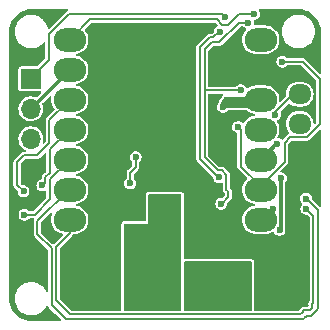
<source format=gtl>
G04 #@! TF.GenerationSoftware,KiCad,Pcbnew,7.0.7*
G04 #@! TF.CreationDate,2024-01-02T23:05:42-05:00*
G04 #@! TF.ProjectId,squirrelbrain,73717569-7272-4656-9c62-7261696e2e6b,1*
G04 #@! TF.SameCoordinates,Original*
G04 #@! TF.FileFunction,Copper,L1,Top*
G04 #@! TF.FilePolarity,Positive*
%FSLAX46Y46*%
G04 Gerber Fmt 4.6, Leading zero omitted, Abs format (unit mm)*
G04 Created by KiCad (PCBNEW 7.0.7) date 2024-01-02 23:05:42*
%MOMM*%
%LPD*%
G01*
G04 APERTURE LIST*
G04 Aperture macros list*
%AMRoundRect*
0 Rectangle with rounded corners*
0 $1 Rounding radius*
0 $2 $3 $4 $5 $6 $7 $8 $9 X,Y pos of 4 corners*
0 Add a 4 corners polygon primitive as box body*
4,1,4,$2,$3,$4,$5,$6,$7,$8,$9,$2,$3,0*
0 Add four circle primitives for the rounded corners*
1,1,$1+$1,$2,$3*
1,1,$1+$1,$4,$5*
1,1,$1+$1,$6,$7*
1,1,$1+$1,$8,$9*
0 Add four rect primitives between the rounded corners*
20,1,$1+$1,$2,$3,$4,$5,0*
20,1,$1+$1,$4,$5,$6,$7,0*
20,1,$1+$1,$6,$7,$8,$9,0*
20,1,$1+$1,$8,$9,$2,$3,0*%
G04 Aperture macros list end*
G04 #@! TA.AperFunction,ComponentPad*
%ADD10O,1.700000X1.700000*%
G04 #@! TD*
G04 #@! TA.AperFunction,ComponentPad*
%ADD11R,1.700000X1.700000*%
G04 #@! TD*
G04 #@! TA.AperFunction,SMDPad,CuDef*
%ADD12RoundRect,1.000000X-0.375000X0.000000X0.375000X0.000000X0.375000X0.000000X-0.375000X0.000000X0*%
G04 #@! TD*
G04 #@! TA.AperFunction,ComponentPad*
%ADD13R,3.800000X3.800000*%
G04 #@! TD*
G04 #@! TA.AperFunction,ComponentPad*
%ADD14C,3.800000*%
G04 #@! TD*
G04 #@! TA.AperFunction,ComponentPad*
%ADD15RoundRect,0.250000X0.725000X-0.600000X0.725000X0.600000X-0.725000X0.600000X-0.725000X-0.600000X0*%
G04 #@! TD*
G04 #@! TA.AperFunction,ComponentPad*
%ADD16O,1.950000X1.700000*%
G04 #@! TD*
G04 #@! TA.AperFunction,ViaPad*
%ADD17C,0.600000*%
G04 #@! TD*
G04 #@! TA.AperFunction,Conductor*
%ADD18C,0.200000*%
G04 #@! TD*
G04 #@! TA.AperFunction,Conductor*
%ADD19C,0.500000*%
G04 #@! TD*
G04 #@! TA.AperFunction,Conductor*
%ADD20C,0.300000*%
G04 #@! TD*
G04 #@! TA.AperFunction,Conductor*
%ADD21C,0.160000*%
G04 #@! TD*
G04 APERTURE END LIST*
D10*
X38650000Y-50320000D03*
X38650000Y-47780000D03*
X38650000Y-45240000D03*
D11*
X38650000Y-42700000D03*
D12*
X41937500Y-39380000D03*
X41937500Y-41920000D03*
X41937500Y-44460000D03*
X41937500Y-47000000D03*
X41937500Y-49540000D03*
X41937500Y-52080000D03*
X41937500Y-54620000D03*
X58102500Y-54620000D03*
X58102500Y-52080000D03*
X58102500Y-49540000D03*
X58102500Y-47000000D03*
X58102500Y-44460000D03*
X58102500Y-41920000D03*
X58102500Y-39380000D03*
D13*
X60250000Y-60100001D03*
D14*
X55250000Y-60100001D03*
D15*
X61400000Y-49000000D03*
D16*
X61400000Y-46500000D03*
X61400000Y-44000000D03*
D13*
X44000000Y-60100001D03*
D14*
X49000000Y-60100001D03*
D17*
X40800000Y-37450001D03*
X60000000Y-47300001D03*
X55825000Y-40700001D03*
X56075000Y-45625001D03*
X54650000Y-48300001D03*
X54125000Y-48800001D03*
X58125000Y-56325001D03*
X59325000Y-56300001D03*
X56712500Y-45862501D03*
X60500000Y-50650001D03*
X62650000Y-51300001D03*
X59950000Y-41250001D03*
X61850000Y-56950001D03*
X53950000Y-40500001D03*
X59500000Y-40550001D03*
X57550000Y-37200001D03*
X57050000Y-37950001D03*
X55100000Y-37500001D03*
X40800000Y-56050001D03*
X60600000Y-52150001D03*
X52450000Y-61650001D03*
X46800000Y-61650001D03*
X51100000Y-61650001D03*
X52050000Y-60050001D03*
X52050000Y-58450001D03*
X53400000Y-58450001D03*
X51100000Y-58400001D03*
X46800000Y-58400001D03*
X61975000Y-53700001D03*
X59700000Y-55500001D03*
X59827500Y-51127501D03*
X37425000Y-46550000D03*
X54650000Y-38700001D03*
X39400000Y-57000001D03*
X37500000Y-55700001D03*
X47519254Y-49330746D03*
X47050000Y-51550000D03*
X54750000Y-52475001D03*
X52200000Y-51750001D03*
X54600000Y-51050000D03*
X56000000Y-56200000D03*
X44450000Y-50050000D03*
X45200000Y-54000000D03*
X43450000Y-56150001D03*
X50650000Y-50450000D03*
X55800000Y-49700000D03*
X53950000Y-41275000D03*
X51050000Y-48300000D03*
X48750000Y-48300000D03*
X51050000Y-46000000D03*
X48750000Y-46000000D03*
X46450000Y-45950000D03*
X44150000Y-45950000D03*
X50350000Y-43000000D03*
X51000000Y-38450001D03*
X45750000Y-43000000D03*
X45750000Y-40700000D03*
X50300000Y-40650001D03*
X44700000Y-38450001D03*
X53800000Y-38300001D03*
X48000000Y-38500000D03*
X56425000Y-43675001D03*
X57650000Y-38800000D03*
X57825000Y-42925000D03*
X59525000Y-48200000D03*
X55274999Y-44450001D03*
X54925000Y-45075001D03*
X59325000Y-45725000D03*
X57025000Y-46925001D03*
X56200000Y-46775000D03*
X54775000Y-53275001D03*
X39625000Y-51725000D03*
X38025000Y-52225000D03*
X38107714Y-54204141D03*
X39900000Y-55150000D03*
X61950000Y-52850001D03*
X59150000Y-53700001D03*
X50000000Y-54900000D03*
X50000000Y-53600000D03*
X49000000Y-55500000D03*
X51000000Y-55500000D03*
X51000000Y-53000000D03*
X49000000Y-53000000D03*
D18*
X59325000Y-45725000D02*
X59325000Y-45525001D01*
X59325000Y-45525001D02*
X60850001Y-44000000D01*
X60850001Y-44000000D02*
X61400000Y-44000000D01*
X59950000Y-41250001D02*
X61650000Y-41250001D01*
X58102500Y-51753478D02*
X58102500Y-52080000D01*
X61650000Y-41250001D02*
X63100000Y-42700001D01*
X63100000Y-42700001D02*
X63100000Y-46551346D01*
X63100000Y-46551346D02*
X62001346Y-47650000D01*
X62001346Y-47650000D02*
X60600001Y-47650000D01*
X60600001Y-47650000D02*
X60125000Y-48125001D01*
X60125000Y-48125001D02*
X60125000Y-49730978D01*
X60125000Y-49730978D02*
X58102500Y-51753478D01*
X54775000Y-53275001D02*
X54800000Y-53275001D01*
X54800000Y-53275001D02*
X55350000Y-52725001D01*
X55200000Y-50801471D02*
X54848529Y-50450000D01*
X53350000Y-49300000D02*
X53350000Y-43700001D01*
X55350000Y-52725001D02*
X55350000Y-52226472D01*
X55350000Y-52226472D02*
X55200000Y-52076472D01*
X55200000Y-52076472D02*
X55200000Y-50801471D01*
X54848529Y-50450000D02*
X54500000Y-50450000D01*
X54500000Y-50450000D02*
X53350000Y-49300000D01*
X58102500Y-52080000D02*
X58102500Y-51802501D01*
X58102500Y-51802501D02*
X56427500Y-50127501D01*
X56427500Y-50127501D02*
X56427500Y-47002500D01*
X56427500Y-47002500D02*
X56200000Y-46775000D01*
D19*
X54925000Y-45075001D02*
X55125001Y-44875000D01*
X57687500Y-44875000D02*
X58102500Y-44460000D01*
X55125001Y-44875000D02*
X57687500Y-44875000D01*
D18*
X62450000Y-61750001D02*
X62550000Y-61650001D01*
X62550000Y-61650001D02*
X62550000Y-54275001D01*
X62550000Y-54275001D02*
X61975000Y-53700001D01*
D20*
X59700000Y-55500001D02*
X59827500Y-55372501D01*
X59827500Y-55372501D02*
X59827500Y-51127501D01*
D18*
X53350000Y-40200001D02*
X53350000Y-43700001D01*
X53950000Y-39600001D02*
X53350000Y-40200001D01*
X54598529Y-39600001D02*
X53950000Y-39600001D01*
X56248529Y-37950001D02*
X54598529Y-39600001D01*
X57050000Y-37950001D02*
X56248529Y-37950001D01*
X54650000Y-38700001D02*
X54548529Y-38700001D01*
X54048529Y-39200001D02*
X53784314Y-39200001D01*
X52950000Y-40034315D02*
X52950000Y-49465686D01*
X54548529Y-38700001D02*
X54048529Y-39200001D01*
X52950000Y-49465686D02*
X54534314Y-51050000D01*
X54534314Y-51050000D02*
X54600000Y-51050000D01*
X53784314Y-39200001D02*
X52950000Y-40034315D01*
X57550000Y-37200001D02*
X56248529Y-37200001D01*
X56248529Y-37200001D02*
X55348529Y-38100001D01*
X54850000Y-38100001D02*
X54400000Y-37650001D01*
X55348529Y-38100001D02*
X54850000Y-38100001D01*
X54400000Y-37650001D02*
X43667499Y-37650001D01*
X43667499Y-37650001D02*
X41937500Y-39380000D01*
X55100000Y-37500001D02*
X54850000Y-37250001D01*
X54850000Y-37250001D02*
X41854021Y-37250001D01*
X41854021Y-37250001D02*
X40168399Y-38935623D01*
X40168399Y-38935623D02*
X40168399Y-41081601D01*
X40168399Y-41081601D02*
X38550000Y-42700000D01*
X53375000Y-43675001D02*
X53350000Y-43700001D01*
X56425000Y-43675001D02*
X53375000Y-43675001D01*
D19*
X55000000Y-44725000D02*
X55274999Y-44450001D01*
X55274999Y-44450001D02*
X58092501Y-44450001D01*
X58092501Y-44450001D02*
X58102500Y-44460000D01*
D18*
X41937500Y-54620000D02*
X41937500Y-55761030D01*
X61421170Y-62650001D02*
X61571175Y-62499996D01*
X61571175Y-62499996D02*
X61600005Y-62499996D01*
X40800000Y-56898530D02*
X40800000Y-61450000D01*
X40800000Y-61450000D02*
X42000001Y-62650001D01*
X42000001Y-62650001D02*
X61421170Y-62650001D01*
X41937500Y-55761030D02*
X40800000Y-56898530D01*
X61600005Y-62499996D02*
X61800000Y-62300001D01*
X61770000Y-62980001D02*
X61700000Y-63050001D01*
X41600000Y-63050001D02*
X40400000Y-61850001D01*
X40400000Y-61850001D02*
X40400000Y-57050001D01*
X61700000Y-63050001D02*
X41600000Y-63050001D01*
X41870001Y-52080000D02*
X41937500Y-52080000D01*
X40400000Y-57050001D02*
X39200000Y-55850001D01*
X39200000Y-55850001D02*
X39200000Y-54750001D01*
X39200000Y-54750001D02*
X41870001Y-52080000D01*
D21*
X61800000Y-62280001D02*
X62270000Y-62280001D01*
X62450000Y-62100001D02*
X62450000Y-61750001D01*
X62270000Y-62280001D02*
X62450000Y-62100001D01*
X61770000Y-62980001D02*
X62000000Y-62750001D01*
X62361401Y-62750001D02*
X62835338Y-62276064D01*
X62930005Y-62112097D02*
X62930005Y-61249996D01*
X62000000Y-62750001D02*
X62361401Y-62750001D01*
X62835338Y-62276064D02*
X62930005Y-62112097D01*
D18*
X61950000Y-52850001D02*
X62000000Y-52850001D01*
X62000000Y-52850001D02*
X62950000Y-53800001D01*
X62950000Y-53800001D02*
X62950000Y-61830006D01*
X62950000Y-61830006D02*
X62930005Y-61850001D01*
X59150000Y-53800001D02*
X58922499Y-53800001D01*
X58922499Y-53800001D02*
X58102500Y-54620000D01*
X38025000Y-52225000D02*
X37475000Y-51675000D01*
X40200000Y-48171814D02*
X40200000Y-46197500D01*
X37475000Y-51675000D02*
X37475000Y-49768654D01*
X37475000Y-49768654D02*
X38073654Y-49170000D01*
X38073654Y-49170000D02*
X39201814Y-49170000D01*
X39201814Y-49170000D02*
X40200000Y-48171814D01*
X40200000Y-46197500D02*
X41937500Y-44460000D01*
D20*
X38650000Y-45240000D02*
X41937500Y-41952500D01*
D18*
X41937500Y-41952500D02*
X41937500Y-41920000D01*
X42207500Y-39650000D02*
X41937500Y-39380000D01*
X39625000Y-51725000D02*
X39862500Y-51487500D01*
X39862500Y-51487500D02*
X39862500Y-51049314D01*
X39862500Y-51049314D02*
X40262500Y-50649314D01*
X40262500Y-50649314D02*
X40262500Y-48675000D01*
X40262500Y-48675000D02*
X41937500Y-47000000D01*
X38107714Y-54204141D02*
X38970859Y-54204141D01*
X40262500Y-51215000D02*
X41937500Y-49540000D01*
X38970859Y-54204141D02*
X40262500Y-52912500D01*
X40262500Y-52912500D02*
X40262500Y-51215000D01*
X47050000Y-51550000D02*
X47050000Y-50650000D01*
X47050000Y-50650000D02*
X47519254Y-50180746D01*
X47519254Y-50180746D02*
X47519254Y-49330746D01*
D20*
X57825000Y-42925000D02*
X58102500Y-42009962D01*
X58102500Y-42009962D02*
X58102500Y-41920000D01*
X59442500Y-48200000D02*
X58102500Y-49540000D01*
X59525000Y-48200000D02*
X59442500Y-48200000D01*
X41937500Y-41920000D02*
X40955000Y-41920000D01*
D18*
X58102500Y-54620000D02*
X58868714Y-54620000D01*
G04 #@! TA.AperFunction,Conductor*
G36*
X51371780Y-52468482D02*
G01*
X51398800Y-52515282D01*
X51400000Y-52529000D01*
X51400000Y-58190896D01*
X51398800Y-58204614D01*
X51394500Y-58228997D01*
X51394500Y-58358740D01*
X51394762Y-58366072D01*
X51396090Y-58384640D01*
X51396834Y-58391577D01*
X51396833Y-58408448D01*
X51396089Y-58415362D01*
X51394762Y-58433928D01*
X51394500Y-58441260D01*
X51394500Y-61608740D01*
X51394762Y-61616072D01*
X51396090Y-61634640D01*
X51396834Y-61641577D01*
X51396833Y-61658448D01*
X51396089Y-61665362D01*
X51394762Y-61683928D01*
X51394500Y-61691260D01*
X51394500Y-62270501D01*
X51376018Y-62321281D01*
X51329218Y-62348301D01*
X51315500Y-62349501D01*
X46579000Y-62349501D01*
X46528220Y-62331019D01*
X46501200Y-62284219D01*
X46500000Y-62270501D01*
X46500000Y-55029000D01*
X46518482Y-54978220D01*
X46565282Y-54951200D01*
X46579000Y-54950000D01*
X48600000Y-54950000D01*
X48600000Y-52529000D01*
X48618482Y-52478220D01*
X48665282Y-52451200D01*
X48679000Y-52450000D01*
X51321000Y-52450000D01*
X51371780Y-52468482D01*
G37*
G04 #@! TD.AperFunction*
G04 #@! TA.AperFunction,Conductor*
G36*
X41804367Y-36818982D02*
G01*
X41831387Y-36865782D01*
X41822003Y-36919000D01*
X41785489Y-36951772D01*
X41784030Y-36952415D01*
X41784029Y-36952416D01*
X41776995Y-36955520D01*
X41772909Y-36957325D01*
X41755529Y-36962707D01*
X41743590Y-36964939D01*
X41743585Y-36964941D01*
X41715900Y-36982082D01*
X41711059Y-36984634D01*
X41681251Y-36997796D01*
X41672660Y-37006387D01*
X41658396Y-37017686D01*
X41648072Y-37024078D01*
X41648068Y-37024082D01*
X41628439Y-37050074D01*
X41624845Y-37054204D01*
X40201379Y-38477670D01*
X40152403Y-38500508D01*
X40100205Y-38486522D01*
X40069210Y-38442256D01*
X40068935Y-38441203D01*
X40065244Y-38426628D01*
X40015449Y-38229992D01*
X39922216Y-38017443D01*
X39795271Y-37823139D01*
X39695227Y-37714462D01*
X39638082Y-37652385D01*
X39638079Y-37652382D01*
X39638076Y-37652379D01*
X39454918Y-37509822D01*
X39437694Y-37500501D01*
X39250797Y-37399356D01*
X39031275Y-37323994D01*
X38965863Y-37313079D01*
X38802341Y-37285792D01*
X38570243Y-37285792D01*
X38427887Y-37309547D01*
X38341308Y-37323994D01*
X38121786Y-37399356D01*
X37917667Y-37509821D01*
X37917665Y-37509822D01*
X37734511Y-37652376D01*
X37734501Y-37652385D01*
X37577313Y-37823138D01*
X37577313Y-37823139D01*
X37450366Y-38017446D01*
X37450365Y-38017448D01*
X37357138Y-38229983D01*
X37357136Y-38229988D01*
X37357135Y-38229992D01*
X37307340Y-38426628D01*
X37300158Y-38454987D01*
X37285647Y-38630119D01*
X37280992Y-38686292D01*
X37300158Y-38917597D01*
X37357135Y-39142592D01*
X37357137Y-39142597D01*
X37357138Y-39142600D01*
X37425962Y-39299501D01*
X37450368Y-39355141D01*
X37577313Y-39549445D01*
X37734501Y-39720198D01*
X37734504Y-39720200D01*
X37734508Y-39720205D01*
X37917666Y-39862762D01*
X37991112Y-39902509D01*
X38121786Y-39973227D01*
X38121789Y-39973228D01*
X38341311Y-40048590D01*
X38570243Y-40086792D01*
X38570248Y-40086792D01*
X38802335Y-40086792D01*
X38802341Y-40086792D01*
X39031273Y-40048590D01*
X39250795Y-39973228D01*
X39454918Y-39862762D01*
X39638076Y-39720205D01*
X39730779Y-39619501D01*
X39778766Y-39594661D01*
X39831497Y-39606478D01*
X39864296Y-39649426D01*
X39867898Y-39673009D01*
X39867899Y-40924408D01*
X39849417Y-40975188D01*
X39844760Y-40980269D01*
X39198668Y-41626361D01*
X39149692Y-41649199D01*
X39142807Y-41649500D01*
X37780252Y-41649500D01*
X37721769Y-41661132D01*
X37655448Y-41705448D01*
X37611132Y-41771769D01*
X37599500Y-41830252D01*
X37599500Y-43569747D01*
X37611132Y-43628230D01*
X37611133Y-43628231D01*
X37655448Y-43694552D01*
X37721769Y-43738867D01*
X37721768Y-43738867D01*
X37780252Y-43750500D01*
X39453095Y-43750500D01*
X39503875Y-43768982D01*
X39530895Y-43815782D01*
X39521511Y-43869000D01*
X39508959Y-43885357D01*
X39326459Y-44067858D01*
X39144647Y-44249670D01*
X39095671Y-44272507D01*
X39058123Y-44264840D01*
X39057538Y-44266253D01*
X39053945Y-44264764D01*
X38855938Y-44204701D01*
X38855936Y-44204700D01*
X38855934Y-44204700D01*
X38650000Y-44184417D01*
X38649999Y-44184417D01*
X38616529Y-44187713D01*
X38444066Y-44204700D01*
X38444063Y-44204700D01*
X38444061Y-44204701D01*
X38246054Y-44264764D01*
X38246048Y-44264767D01*
X38246046Y-44264767D01*
X38246046Y-44264768D01*
X38222920Y-44277129D01*
X38063546Y-44362317D01*
X37903589Y-44493589D01*
X37772317Y-44653546D01*
X37674767Y-44836048D01*
X37674764Y-44836054D01*
X37614701Y-45034061D01*
X37614700Y-45034063D01*
X37614700Y-45034066D01*
X37594417Y-45240000D01*
X37614700Y-45445934D01*
X37614700Y-45445936D01*
X37614701Y-45445938D01*
X37674764Y-45643945D01*
X37674767Y-45643951D01*
X37674768Y-45643954D01*
X37769234Y-45820685D01*
X37772317Y-45826453D01*
X37903589Y-45986410D01*
X38050703Y-46107142D01*
X38063550Y-46117685D01*
X38246046Y-46215232D01*
X38246051Y-46215233D01*
X38246054Y-46215235D01*
X38353488Y-46247823D01*
X38444066Y-46275300D01*
X38650000Y-46295583D01*
X38855934Y-46275300D01*
X39022950Y-46224637D01*
X39053945Y-46215235D01*
X39053946Y-46215234D01*
X39053954Y-46215232D01*
X39236450Y-46117685D01*
X39396410Y-45986410D01*
X39527685Y-45826450D01*
X39625232Y-45643954D01*
X39631796Y-45622317D01*
X39658296Y-45534954D01*
X39685300Y-45445934D01*
X39705583Y-45240000D01*
X39685300Y-45034066D01*
X39637862Y-44877682D01*
X39625235Y-44836054D01*
X39623747Y-44832462D01*
X39625554Y-44831713D01*
X39618881Y-44784952D01*
X39640327Y-44745353D01*
X40257018Y-44128662D01*
X40305993Y-44105825D01*
X40358191Y-44119811D01*
X40389186Y-44164077D01*
X40389780Y-44202611D01*
X40368418Y-44293437D01*
X40362000Y-44385910D01*
X40362000Y-44534090D01*
X40368418Y-44626562D01*
X40368418Y-44626565D01*
X40368419Y-44626567D01*
X40419357Y-44843143D01*
X40509223Y-45046671D01*
X40509224Y-45046672D01*
X40509226Y-45046676D01*
X40634961Y-45230225D01*
X40637290Y-45233030D01*
X40635711Y-45234340D01*
X40655609Y-45277011D01*
X40641623Y-45329209D01*
X40632771Y-45339757D01*
X40031285Y-45941242D01*
X40021158Y-45948531D01*
X40021612Y-45949132D01*
X40015771Y-45953542D01*
X39983217Y-45989250D01*
X39981961Y-45990566D01*
X39967827Y-46004702D01*
X39967817Y-46004714D01*
X39965418Y-46008214D01*
X39962027Y-46012494D01*
X39940084Y-46036567D01*
X39940082Y-46036570D01*
X39935693Y-46047898D01*
X39927209Y-46063994D01*
X39920346Y-46074014D01*
X39920344Y-46074018D01*
X39912887Y-46105717D01*
X39911268Y-46110945D01*
X39899500Y-46141326D01*
X39899500Y-46153470D01*
X39897402Y-46171557D01*
X39894620Y-46183381D01*
X39897239Y-46202154D01*
X39899121Y-46215644D01*
X39899500Y-46221098D01*
X39899500Y-48014621D01*
X39881018Y-48065401D01*
X39876371Y-48070471D01*
X39831559Y-48115284D01*
X39788301Y-48158542D01*
X39739325Y-48181379D01*
X39687127Y-48167393D01*
X39656132Y-48123126D01*
X39656842Y-48079747D01*
X39659653Y-48070483D01*
X39685300Y-47985934D01*
X39705583Y-47780000D01*
X39685300Y-47574066D01*
X39639803Y-47424081D01*
X39625235Y-47376054D01*
X39625233Y-47376051D01*
X39625232Y-47376046D01*
X39527685Y-47193550D01*
X39497806Y-47157142D01*
X39396410Y-47033589D01*
X39236453Y-46902317D01*
X39236451Y-46902316D01*
X39236450Y-46902315D01*
X39053954Y-46804768D01*
X39053951Y-46804767D01*
X39053945Y-46804764D01*
X38855938Y-46744701D01*
X38855936Y-46744700D01*
X38855934Y-46744700D01*
X38650000Y-46724417D01*
X38649999Y-46724417D01*
X38616529Y-46727713D01*
X38444066Y-46744700D01*
X38444063Y-46744700D01*
X38444061Y-46744701D01*
X38246054Y-46804764D01*
X38246048Y-46804767D01*
X38063546Y-46902317D01*
X37903589Y-47033589D01*
X37772317Y-47193546D01*
X37728675Y-47275194D01*
X37680707Y-47364936D01*
X37674767Y-47376048D01*
X37674764Y-47376054D01*
X37614701Y-47574061D01*
X37614700Y-47574063D01*
X37614700Y-47574066D01*
X37594417Y-47780000D01*
X37614700Y-47985934D01*
X37614700Y-47985936D01*
X37614701Y-47985938D01*
X37674764Y-48183945D01*
X37674767Y-48183951D01*
X37674768Y-48183954D01*
X37769234Y-48360685D01*
X37772317Y-48366453D01*
X37903589Y-48526410D01*
X38063546Y-48657682D01*
X38063550Y-48657685D01*
X38181684Y-48720829D01*
X38217754Y-48761066D01*
X38219522Y-48815076D01*
X38186159Y-48857587D01*
X38144442Y-48869500D01*
X38135561Y-48869500D01*
X38123242Y-48867490D01*
X38123138Y-48868237D01*
X38115891Y-48867226D01*
X38115890Y-48867226D01*
X38104855Y-48867736D01*
X38067613Y-48869458D01*
X38065789Y-48869500D01*
X38045803Y-48869500D01*
X38041632Y-48870280D01*
X38036202Y-48870909D01*
X38003662Y-48872415D01*
X37992544Y-48877324D01*
X37975158Y-48882707D01*
X37963222Y-48884938D01*
X37935531Y-48902083D01*
X37930688Y-48904636D01*
X37900890Y-48917792D01*
X37900883Y-48917797D01*
X37892295Y-48926385D01*
X37878033Y-48937683D01*
X37867704Y-48944079D01*
X37867698Y-48944084D01*
X37848069Y-48970077D01*
X37844474Y-48974208D01*
X37306285Y-49512396D01*
X37296158Y-49519685D01*
X37296612Y-49520286D01*
X37290771Y-49524696D01*
X37258217Y-49560404D01*
X37256961Y-49561720D01*
X37242827Y-49575856D01*
X37242817Y-49575868D01*
X37240418Y-49579368D01*
X37237027Y-49583648D01*
X37215084Y-49607721D01*
X37215082Y-49607724D01*
X37210693Y-49619052D01*
X37202209Y-49635148D01*
X37195346Y-49645168D01*
X37195344Y-49645172D01*
X37187887Y-49676871D01*
X37186268Y-49682099D01*
X37174500Y-49712480D01*
X37174500Y-49724624D01*
X37172402Y-49742711D01*
X37169620Y-49754535D01*
X37171198Y-49765841D01*
X37174121Y-49786798D01*
X37174500Y-49792252D01*
X37174500Y-51613097D01*
X37172491Y-51625412D01*
X37173238Y-51625517D01*
X37172226Y-51632763D01*
X37174458Y-51681027D01*
X37174500Y-51682852D01*
X37174500Y-51702850D01*
X37175279Y-51707015D01*
X37175910Y-51712454D01*
X37177414Y-51744991D01*
X37182322Y-51756106D01*
X37187707Y-51773496D01*
X37189938Y-51785432D01*
X37207083Y-51813122D01*
X37209636Y-51817966D01*
X37222793Y-51847763D01*
X37222796Y-51847767D01*
X37231378Y-51856349D01*
X37242683Y-51870620D01*
X37249080Y-51880951D01*
X37275076Y-51900583D01*
X37279200Y-51904171D01*
X37395549Y-52020520D01*
X37501531Y-52126502D01*
X37524369Y-52175478D01*
X37523866Y-52193604D01*
X37519353Y-52224998D01*
X37519353Y-52224999D01*
X37539834Y-52367455D01*
X37599622Y-52498372D01*
X37599623Y-52498373D01*
X37693872Y-52607143D01*
X37814947Y-52684953D01*
X37953039Y-52725500D01*
X38096960Y-52725500D01*
X38096961Y-52725500D01*
X38235053Y-52684953D01*
X38356128Y-52607143D01*
X38450377Y-52498373D01*
X38510165Y-52367457D01*
X38530647Y-52225000D01*
X38510165Y-52082543D01*
X38450377Y-51951627D01*
X38356128Y-51842857D01*
X38235053Y-51765047D01*
X38096961Y-51724500D01*
X37982194Y-51724500D01*
X37931414Y-51706018D01*
X37926333Y-51701361D01*
X37798639Y-51573667D01*
X37775801Y-51524691D01*
X37775500Y-51517806D01*
X37775500Y-49925848D01*
X37793982Y-49875068D01*
X37798639Y-49869986D01*
X38174988Y-49493638D01*
X38223964Y-49470801D01*
X38230849Y-49470500D01*
X39139911Y-49470500D01*
X39152226Y-49472508D01*
X39152331Y-49471762D01*
X39159577Y-49472773D01*
X39159578Y-49472772D01*
X39159579Y-49472773D01*
X39182509Y-49471713D01*
X39207843Y-49470542D01*
X39209668Y-49470500D01*
X39229652Y-49470500D01*
X39229658Y-49470500D01*
X39233830Y-49469719D01*
X39239266Y-49469088D01*
X39271806Y-49467585D01*
X39282918Y-49462677D01*
X39300306Y-49457292D01*
X39312247Y-49455061D01*
X39339943Y-49437912D01*
X39344770Y-49435367D01*
X39374579Y-49422206D01*
X39383167Y-49413616D01*
X39397436Y-49402314D01*
X39407766Y-49395919D01*
X39427399Y-49369918D01*
X39430976Y-49365807D01*
X39827140Y-48969643D01*
X39876115Y-48946807D01*
X39928313Y-48960793D01*
X39959308Y-49005059D01*
X39962000Y-49025506D01*
X39962000Y-50492120D01*
X39943518Y-50542900D01*
X39938871Y-50547970D01*
X39815986Y-50670856D01*
X39693785Y-50793057D01*
X39683659Y-50800346D01*
X39684112Y-50800946D01*
X39678271Y-50805356D01*
X39645717Y-50841064D01*
X39644461Y-50842380D01*
X39630327Y-50856516D01*
X39630317Y-50856528D01*
X39627918Y-50860028D01*
X39624527Y-50864308D01*
X39602584Y-50888381D01*
X39602582Y-50888384D01*
X39598193Y-50899712D01*
X39589709Y-50915808D01*
X39582846Y-50925828D01*
X39582844Y-50925832D01*
X39575387Y-50957531D01*
X39573768Y-50962759D01*
X39562000Y-50993140D01*
X39562000Y-51005284D01*
X39559902Y-51023371D01*
X39557120Y-51035195D01*
X39559186Y-51050000D01*
X39561621Y-51067458D01*
X39562000Y-51072912D01*
X39562000Y-51162730D01*
X39543518Y-51213510D01*
X39505257Y-51238530D01*
X39414947Y-51265047D01*
X39414946Y-51265047D01*
X39293871Y-51342857D01*
X39199622Y-51451627D01*
X39139834Y-51582544D01*
X39119353Y-51725000D01*
X39139834Y-51867455D01*
X39199622Y-51998372D01*
X39291428Y-52104322D01*
X39293872Y-52107143D01*
X39414947Y-52184953D01*
X39553039Y-52225500D01*
X39696960Y-52225500D01*
X39696961Y-52225500D01*
X39835053Y-52184953D01*
X39840288Y-52181588D01*
X39892996Y-52169681D01*
X39941030Y-52194440D01*
X39961910Y-52244282D01*
X39962000Y-52248046D01*
X39962000Y-52755307D01*
X39943518Y-52806087D01*
X39938861Y-52811168D01*
X38869527Y-53880502D01*
X38820551Y-53903340D01*
X38813666Y-53903641D01*
X38545664Y-53903641D01*
X38494884Y-53885159D01*
X38485960Y-53876375D01*
X38438842Y-53821998D01*
X38317767Y-53744188D01*
X38179675Y-53703641D01*
X38035753Y-53703641D01*
X37897661Y-53744188D01*
X37897660Y-53744188D01*
X37776585Y-53821998D01*
X37682336Y-53930768D01*
X37622548Y-54061685D01*
X37602067Y-54204141D01*
X37622548Y-54346596D01*
X37682336Y-54477513D01*
X37738581Y-54542423D01*
X37776586Y-54586284D01*
X37897661Y-54664094D01*
X38035753Y-54704641D01*
X38179674Y-54704641D01*
X38179675Y-54704641D01*
X38317767Y-54664094D01*
X38438842Y-54586284D01*
X38485959Y-54531907D01*
X38533182Y-54505633D01*
X38545664Y-54504641D01*
X38853959Y-54504641D01*
X38904739Y-54523123D01*
X38931759Y-54569923D01*
X38922984Y-54619683D01*
X38923301Y-54619823D01*
X38922733Y-54621108D01*
X38922375Y-54623141D01*
X38920573Y-54626002D01*
X38920344Y-54626519D01*
X38912887Y-54658218D01*
X38911268Y-54663446D01*
X38899500Y-54693827D01*
X38899500Y-54705971D01*
X38897402Y-54724058D01*
X38894620Y-54735882D01*
X38897239Y-54754655D01*
X38899121Y-54768145D01*
X38899500Y-54773599D01*
X38899500Y-55788098D01*
X38897491Y-55800413D01*
X38898238Y-55800518D01*
X38897226Y-55807764D01*
X38899458Y-55856028D01*
X38899500Y-55857853D01*
X38899500Y-55877851D01*
X38900279Y-55882016D01*
X38900910Y-55887455D01*
X38902414Y-55919992D01*
X38907322Y-55931107D01*
X38912707Y-55948497D01*
X38914938Y-55960433D01*
X38932083Y-55988123D01*
X38934636Y-55992967D01*
X38947793Y-56022764D01*
X38947796Y-56022768D01*
X38956378Y-56031350D01*
X38967683Y-56045621D01*
X38974080Y-56055952D01*
X39000076Y-56075584D01*
X39004200Y-56079172D01*
X40076361Y-57151333D01*
X40099199Y-57200308D01*
X40099500Y-57207193D01*
X40099500Y-60672256D01*
X40081018Y-60723036D01*
X40034218Y-60750056D01*
X39981000Y-60740672D01*
X39948154Y-60703990D01*
X39922218Y-60644864D01*
X39922217Y-60644862D01*
X39922216Y-60644859D01*
X39795271Y-60450555D01*
X39638076Y-60279795D01*
X39454918Y-60137238D01*
X39440484Y-60129426D01*
X39250797Y-60026772D01*
X39031275Y-59951410D01*
X38965863Y-59940495D01*
X38802341Y-59913208D01*
X38570243Y-59913208D01*
X38427160Y-59937084D01*
X38341308Y-59951410D01*
X38121786Y-60026772D01*
X37917667Y-60137237D01*
X37917665Y-60137238D01*
X37734511Y-60279792D01*
X37734501Y-60279801D01*
X37577313Y-60450554D01*
X37577313Y-60450555D01*
X37450366Y-60644862D01*
X37450365Y-60644864D01*
X37357138Y-60857399D01*
X37357136Y-60857404D01*
X37357135Y-60857408D01*
X37300158Y-61082403D01*
X37284936Y-61266115D01*
X37280992Y-61313708D01*
X37300158Y-61545013D01*
X37357135Y-61770008D01*
X37357137Y-61770013D01*
X37357138Y-61770016D01*
X37440663Y-61960433D01*
X37450368Y-61982557D01*
X37577313Y-62176861D01*
X37734501Y-62347614D01*
X37734504Y-62347616D01*
X37734508Y-62347621D01*
X37917666Y-62490178D01*
X38012510Y-62541505D01*
X38121786Y-62600643D01*
X38121789Y-62600644D01*
X38341311Y-62676006D01*
X38570243Y-62714208D01*
X38570248Y-62714208D01*
X38802335Y-62714208D01*
X38802341Y-62714208D01*
X39031273Y-62676006D01*
X39250795Y-62600644D01*
X39454918Y-62490178D01*
X39638076Y-62347621D01*
X39795271Y-62176861D01*
X39922216Y-61982557D01*
X39954032Y-61910023D01*
X39991356Y-61870945D01*
X40045067Y-61865000D01*
X40090033Y-61894971D01*
X40098655Y-61913650D01*
X40099458Y-61913296D01*
X40107322Y-61931107D01*
X40112707Y-61948497D01*
X40114938Y-61960433D01*
X40114939Y-61960434D01*
X40128636Y-61982557D01*
X40132083Y-61988123D01*
X40134634Y-61992964D01*
X40137521Y-61999501D01*
X40147793Y-62022764D01*
X40147796Y-62022768D01*
X40156378Y-62031350D01*
X40167683Y-62045621D01*
X40174080Y-62055952D01*
X40200076Y-62075584D01*
X40204200Y-62079172D01*
X40725671Y-62600643D01*
X41189667Y-63064639D01*
X41212505Y-63113615D01*
X41198519Y-63165813D01*
X41154253Y-63196808D01*
X41133806Y-63199500D01*
X38687589Y-63199500D01*
X38685005Y-63199415D01*
X38442732Y-63183535D01*
X38437604Y-63182860D01*
X38200754Y-63135746D01*
X38195758Y-63134408D01*
X37967089Y-63056785D01*
X37962311Y-63054806D01*
X37745721Y-62947995D01*
X37741241Y-62945409D01*
X37540450Y-62811243D01*
X37536354Y-62808101D01*
X37354772Y-62648858D01*
X37351141Y-62645227D01*
X37191896Y-62463642D01*
X37188756Y-62459549D01*
X37147647Y-62398027D01*
X37054586Y-62258751D01*
X37052004Y-62254278D01*
X36945193Y-62037688D01*
X36943217Y-62032918D01*
X36865588Y-61804231D01*
X36864253Y-61799245D01*
X36851648Y-61735877D01*
X36817137Y-61562382D01*
X36816465Y-61557275D01*
X36801275Y-61325529D01*
X36800585Y-61314995D01*
X36800500Y-61312411D01*
X36800500Y-38687586D01*
X36800585Y-38685002D01*
X36810360Y-38535868D01*
X36816465Y-38442722D01*
X36817136Y-38437619D01*
X36863616Y-38203955D01*
X36864253Y-38200754D01*
X36865587Y-38195772D01*
X36943219Y-37967076D01*
X36945189Y-37962318D01*
X37052006Y-37745716D01*
X37054581Y-37741254D01*
X37188759Y-37540445D01*
X37191890Y-37536364D01*
X37351148Y-37354764D01*
X37354764Y-37351148D01*
X37536364Y-37191890D01*
X37540445Y-37188759D01*
X37741254Y-37054581D01*
X37745716Y-37052006D01*
X37962318Y-36945189D01*
X37967076Y-36943219D01*
X38195772Y-36865587D01*
X38200754Y-36864253D01*
X38210402Y-36862333D01*
X38437619Y-36817136D01*
X38442722Y-36816465D01*
X38569047Y-36808185D01*
X38685005Y-36800585D01*
X38687589Y-36800500D01*
X38733888Y-36800500D01*
X41753587Y-36800500D01*
X41804367Y-36818982D01*
G37*
G04 #@! TD.AperFunction*
G04 #@! TA.AperFunction,Conductor*
G36*
X54293587Y-37968983D02*
G01*
X54298668Y-37973640D01*
X54446801Y-38121773D01*
X54469639Y-38170749D01*
X54455653Y-38222947D01*
X54433651Y-38244093D01*
X54318871Y-38317858D01*
X54224622Y-38426628D01*
X54164835Y-38557542D01*
X54164834Y-38557546D01*
X54151586Y-38649687D01*
X54129252Y-38694305D01*
X53947197Y-38876362D01*
X53898221Y-38899200D01*
X53891335Y-38899501D01*
X53846217Y-38899501D01*
X53833901Y-38897492D01*
X53833797Y-38898239D01*
X53826550Y-38897227D01*
X53778285Y-38899459D01*
X53776460Y-38899501D01*
X53756464Y-38899501D01*
X53752301Y-38900280D01*
X53746862Y-38900911D01*
X53714324Y-38902415D01*
X53714321Y-38902416D01*
X53714322Y-38902416D01*
X53703201Y-38907325D01*
X53685817Y-38912708D01*
X53673885Y-38914938D01*
X53673876Y-38914942D01*
X53646187Y-38932084D01*
X53641347Y-38934635D01*
X53611548Y-38947794D01*
X53611544Y-38947797D01*
X53602955Y-38956386D01*
X53588693Y-38967684D01*
X53578364Y-38974080D01*
X53578358Y-38974085D01*
X53558729Y-39000078D01*
X53555134Y-39004209D01*
X52781285Y-39778057D01*
X52771158Y-39785346D01*
X52771612Y-39785947D01*
X52765771Y-39790357D01*
X52733217Y-39826065D01*
X52731961Y-39827381D01*
X52717827Y-39841517D01*
X52717817Y-39841529D01*
X52715418Y-39845029D01*
X52712027Y-39849309D01*
X52690084Y-39873382D01*
X52690082Y-39873385D01*
X52685693Y-39884713D01*
X52677209Y-39900809D01*
X52670346Y-39910829D01*
X52670344Y-39910833D01*
X52662887Y-39942532D01*
X52661268Y-39947760D01*
X52649500Y-39978141D01*
X52649500Y-39990285D01*
X52647402Y-40008372D01*
X52644620Y-40020196D01*
X52647239Y-40038969D01*
X52649121Y-40052459D01*
X52649500Y-40057913D01*
X52649500Y-49403783D01*
X52647491Y-49416098D01*
X52648238Y-49416203D01*
X52647226Y-49423449D01*
X52649458Y-49471713D01*
X52649500Y-49473538D01*
X52649500Y-49493536D01*
X52650279Y-49497701D01*
X52650910Y-49503140D01*
X52652414Y-49535677D01*
X52657322Y-49546792D01*
X52662707Y-49564182D01*
X52664938Y-49576118D01*
X52682083Y-49603808D01*
X52684636Y-49608652D01*
X52697793Y-49638449D01*
X52697796Y-49638453D01*
X52706378Y-49647035D01*
X52717683Y-49661306D01*
X52724080Y-49671637D01*
X52750076Y-49691269D01*
X52754200Y-49694857D01*
X53414077Y-50354734D01*
X54073242Y-51013899D01*
X54095577Y-51058517D01*
X54114834Y-51192455D01*
X54174622Y-51323372D01*
X54241777Y-51400873D01*
X54268872Y-51432143D01*
X54389947Y-51509953D01*
X54528039Y-51550500D01*
X54671960Y-51550500D01*
X54671961Y-51550500D01*
X54798244Y-51513420D01*
X54852173Y-51516847D01*
X54891283Y-51554139D01*
X54899500Y-51589220D01*
X54899500Y-52014569D01*
X54897491Y-52026884D01*
X54898238Y-52026989D01*
X54897226Y-52034235D01*
X54899458Y-52082499D01*
X54899500Y-52084324D01*
X54899500Y-52104322D01*
X54900279Y-52108487D01*
X54900910Y-52113926D01*
X54902414Y-52146463D01*
X54907322Y-52157578D01*
X54912707Y-52174968D01*
X54914938Y-52186904D01*
X54932083Y-52214594D01*
X54934634Y-52219435D01*
X54935080Y-52220443D01*
X54947793Y-52249235D01*
X54947796Y-52249239D01*
X54956378Y-52257821D01*
X54967683Y-52272092D01*
X54974080Y-52282423D01*
X55000076Y-52302055D01*
X55004200Y-52305643D01*
X55023548Y-52324991D01*
X55026360Y-52327803D01*
X55049198Y-52376779D01*
X55049499Y-52383664D01*
X55049499Y-52567807D01*
X55031017Y-52618587D01*
X55026360Y-52623668D01*
X54898666Y-52751362D01*
X54849692Y-52774200D01*
X54842806Y-52774501D01*
X54703039Y-52774501D01*
X54564947Y-52815048D01*
X54564946Y-52815048D01*
X54443871Y-52892858D01*
X54349622Y-53001628D01*
X54289834Y-53132545D01*
X54269353Y-53275001D01*
X54289834Y-53417456D01*
X54349622Y-53548373D01*
X54404900Y-53612167D01*
X54443872Y-53657144D01*
X54564947Y-53734954D01*
X54703039Y-53775501D01*
X54846960Y-53775501D01*
X54846961Y-53775501D01*
X54985053Y-53734954D01*
X55106128Y-53657144D01*
X55200377Y-53548374D01*
X55260165Y-53417458D01*
X55280647Y-53275001D01*
X55280373Y-53273098D01*
X55279276Y-53265467D01*
X55290341Y-53212573D01*
X55301606Y-53198364D01*
X55518711Y-52981259D01*
X55528842Y-52973974D01*
X55528386Y-52973370D01*
X55534224Y-52968960D01*
X55534228Y-52968959D01*
X55566799Y-52933229D01*
X55568009Y-52931961D01*
X55582174Y-52917798D01*
X55584577Y-52914289D01*
X55587962Y-52910014D01*
X55609916Y-52885934D01*
X55614304Y-52874605D01*
X55622793Y-52858499D01*
X55629656Y-52848482D01*
X55637111Y-52816781D01*
X55638731Y-52811550D01*
X55638879Y-52811168D01*
X55650500Y-52781174D01*
X55650500Y-52769028D01*
X55652598Y-52750941D01*
X55655379Y-52739120D01*
X55650878Y-52706857D01*
X55650500Y-52701402D01*
X55650500Y-52288377D01*
X55652509Y-52276063D01*
X55651762Y-52275959D01*
X55652773Y-52268710D01*
X55652569Y-52264305D01*
X55650753Y-52225000D01*
X55650542Y-52220443D01*
X55650500Y-52218618D01*
X55650500Y-52198632D01*
X55650500Y-52198628D01*
X55649719Y-52194455D01*
X55649088Y-52189017D01*
X55647585Y-52156480D01*
X55642678Y-52145367D01*
X55637292Y-52127974D01*
X55635061Y-52116040D01*
X55635061Y-52116039D01*
X55617912Y-52088343D01*
X55615363Y-52083505D01*
X55615319Y-52083406D01*
X55602206Y-52053707D01*
X55602204Y-52053704D01*
X55593619Y-52045119D01*
X55582312Y-52030845D01*
X55575919Y-52020520D01*
X55549925Y-52000890D01*
X55545800Y-51997301D01*
X55523639Y-51975140D01*
X55500801Y-51926164D01*
X55500500Y-51919279D01*
X55500500Y-50863375D01*
X55502509Y-50851061D01*
X55501762Y-50850957D01*
X55502773Y-50843709D01*
X55500541Y-50795441D01*
X55500499Y-50793614D01*
X55500499Y-50793057D01*
X55500500Y-50773627D01*
X55499719Y-50769452D01*
X55499088Y-50764017D01*
X55499028Y-50762715D01*
X55497585Y-50731479D01*
X55492678Y-50720366D01*
X55487292Y-50702973D01*
X55485061Y-50691039D01*
X55485061Y-50691038D01*
X55467912Y-50663342D01*
X55465363Y-50658504D01*
X55452206Y-50628706D01*
X55452204Y-50628703D01*
X55443619Y-50620118D01*
X55432312Y-50605844D01*
X55425919Y-50595519D01*
X55399925Y-50575889D01*
X55395800Y-50572300D01*
X55104789Y-50281289D01*
X55097499Y-50271157D01*
X55096897Y-50271612D01*
X55092488Y-50265773D01*
X55092487Y-50265772D01*
X55056768Y-50233209D01*
X55055458Y-50231958D01*
X55041326Y-50217826D01*
X55037822Y-50215425D01*
X55033535Y-50212028D01*
X55009463Y-50190085D01*
X55009462Y-50190084D01*
X55009459Y-50190083D01*
X55009456Y-50190081D01*
X54998128Y-50185692D01*
X54982028Y-50177206D01*
X54972009Y-50170343D01*
X54940309Y-50162887D01*
X54935078Y-50161267D01*
X54904704Y-50149500D01*
X54904702Y-50149500D01*
X54892556Y-50149500D01*
X54874469Y-50147401D01*
X54869786Y-50146299D01*
X54862647Y-50144620D01*
X54841254Y-50147605D01*
X54830385Y-50149121D01*
X54824930Y-50149500D01*
X54657193Y-50149500D01*
X54606413Y-50131018D01*
X54601332Y-50126361D01*
X53673639Y-49198668D01*
X53650801Y-49149692D01*
X53650500Y-49142807D01*
X53650500Y-44054501D01*
X53668982Y-44003721D01*
X53715782Y-43976701D01*
X53729500Y-43975501D01*
X54850913Y-43975501D01*
X54901693Y-43993983D01*
X54928713Y-44040783D01*
X54919329Y-44094001D01*
X54910620Y-44106231D01*
X54898854Y-44119811D01*
X54849618Y-44176632D01*
X54803722Y-44277129D01*
X54787724Y-44300171D01*
X54657574Y-44430322D01*
X54597208Y-44512116D01*
X54552354Y-44640300D01*
X54549463Y-44717534D01*
X54530224Y-44766310D01*
X54499623Y-44801627D01*
X54439834Y-44932545D01*
X54419353Y-45075001D01*
X54439834Y-45217456D01*
X54499622Y-45348373D01*
X54584159Y-45445934D01*
X54593872Y-45457144D01*
X54714947Y-45534954D01*
X54853039Y-45575501D01*
X54996960Y-45575501D01*
X54996961Y-45575501D01*
X55135053Y-45534954D01*
X55256128Y-45457144D01*
X55316441Y-45387539D01*
X55346572Y-45352766D01*
X55393794Y-45326492D01*
X55406276Y-45325500D01*
X56862515Y-45325500D01*
X56913295Y-45343982D01*
X56918365Y-45348628D01*
X56957276Y-45387539D01*
X56957279Y-45387542D01*
X57069915Y-45464700D01*
X57140829Y-45513277D01*
X57344357Y-45603143D01*
X57556755Y-45653098D01*
X57601955Y-45682716D01*
X57617542Y-45734459D01*
X57596223Y-45784115D01*
X57556756Y-45806901D01*
X57344357Y-45856857D01*
X57153243Y-45941242D01*
X57140827Y-45946724D01*
X57140823Y-45946726D01*
X56957275Y-46072460D01*
X56799960Y-46229775D01*
X56676724Y-46409677D01*
X56632778Y-46441125D01*
X56578899Y-46436968D01*
X56551845Y-46416766D01*
X56531127Y-46392856D01*
X56410053Y-46315047D01*
X56271961Y-46274500D01*
X56128039Y-46274500D01*
X55989947Y-46315047D01*
X55989946Y-46315047D01*
X55868871Y-46392857D01*
X55774622Y-46501627D01*
X55714834Y-46632544D01*
X55694353Y-46775000D01*
X55714834Y-46917455D01*
X55774622Y-47048372D01*
X55774623Y-47048373D01*
X55868872Y-47157143D01*
X55989947Y-47234953D01*
X56070256Y-47258533D01*
X56113773Y-47290573D01*
X56127000Y-47334333D01*
X56127000Y-50065598D01*
X56124991Y-50077913D01*
X56125738Y-50078018D01*
X56124726Y-50085264D01*
X56126958Y-50133528D01*
X56127000Y-50135353D01*
X56127000Y-50155351D01*
X56127779Y-50159516D01*
X56128410Y-50164955D01*
X56129914Y-50197492D01*
X56134822Y-50208607D01*
X56140207Y-50225997D01*
X56142438Y-50237933D01*
X56159583Y-50265623D01*
X56162134Y-50270464D01*
X56170828Y-50290154D01*
X56175293Y-50300264D01*
X56175296Y-50300268D01*
X56183878Y-50308850D01*
X56195183Y-50323121D01*
X56201580Y-50333452D01*
X56227576Y-50353084D01*
X56231700Y-50356672D01*
X56587010Y-50711982D01*
X56936521Y-51061493D01*
X56959359Y-51110469D01*
X56945373Y-51162667D01*
X56936521Y-51173215D01*
X56799960Y-51309775D01*
X56674226Y-51493323D01*
X56674224Y-51493327D01*
X56674223Y-51493329D01*
X56584357Y-51696857D01*
X56541059Y-51880951D01*
X56533418Y-51913437D01*
X56527000Y-52005910D01*
X56527000Y-52154090D01*
X56533418Y-52246562D01*
X56533418Y-52246565D01*
X56533419Y-52246567D01*
X56584357Y-52463143D01*
X56674223Y-52666671D01*
X56674224Y-52666672D01*
X56674226Y-52666676D01*
X56799960Y-52850224D01*
X56957275Y-53007539D01*
X56957278Y-53007541D01*
X56957279Y-53007542D01*
X57140829Y-53133277D01*
X57344357Y-53223143D01*
X57556758Y-53273099D01*
X57601955Y-53302715D01*
X57617542Y-53354457D01*
X57596223Y-53404114D01*
X57556756Y-53426901D01*
X57432207Y-53456194D01*
X57344357Y-53476857D01*
X57344355Y-53476857D01*
X57344354Y-53476858D01*
X57140827Y-53566724D01*
X57140823Y-53566726D01*
X56957275Y-53692460D01*
X56799960Y-53849775D01*
X56674226Y-54033323D01*
X56674224Y-54033327D01*
X56674223Y-54033329D01*
X56584357Y-54236857D01*
X56540034Y-54425309D01*
X56533418Y-54453437D01*
X56527000Y-54545910D01*
X56527000Y-54694090D01*
X56533418Y-54786562D01*
X56533418Y-54786565D01*
X56533419Y-54786567D01*
X56584357Y-55003143D01*
X56674223Y-55206671D01*
X56674224Y-55206672D01*
X56674226Y-55206676D01*
X56799960Y-55390224D01*
X56957275Y-55547539D01*
X56957278Y-55547541D01*
X56957279Y-55547542D01*
X57140829Y-55673277D01*
X57344357Y-55763143D01*
X57560933Y-55814081D01*
X57653408Y-55820500D01*
X57653410Y-55820500D01*
X58551590Y-55820500D01*
X58551592Y-55820500D01*
X58644067Y-55814081D01*
X58860643Y-55763143D01*
X59064171Y-55673277D01*
X59112165Y-55640399D01*
X59164502Y-55626949D01*
X59213242Y-55650288D01*
X59228671Y-55672755D01*
X59228908Y-55673273D01*
X59274622Y-55773373D01*
X59346243Y-55856028D01*
X59368872Y-55882144D01*
X59489947Y-55959954D01*
X59628039Y-56000501D01*
X59771960Y-56000501D01*
X59771961Y-56000501D01*
X59910053Y-55959954D01*
X60031128Y-55882144D01*
X60125377Y-55773374D01*
X60185165Y-55642458D01*
X60205647Y-55500001D01*
X60185165Y-55357544D01*
X60185137Y-55357483D01*
X60185108Y-55357350D01*
X60183574Y-55352126D01*
X60183948Y-55352016D01*
X60177999Y-55324667D01*
X60177999Y-53417456D01*
X60177999Y-51516749D01*
X60196481Y-51465972D01*
X60197222Y-51465102D01*
X60252877Y-51400874D01*
X60312665Y-51269958D01*
X60333147Y-51127501D01*
X60312665Y-50985044D01*
X60252877Y-50854128D01*
X60158628Y-50745358D01*
X60037553Y-50667548D01*
X59899461Y-50627001D01*
X59844669Y-50627001D01*
X59793889Y-50608519D01*
X59766869Y-50561719D01*
X59776253Y-50508501D01*
X59788808Y-50492140D01*
X60015325Y-50265623D01*
X60293711Y-49987236D01*
X60303842Y-49979951D01*
X60303386Y-49979347D01*
X60309224Y-49974937D01*
X60309228Y-49974936D01*
X60341799Y-49939206D01*
X60343009Y-49937938D01*
X60357174Y-49923775D01*
X60359577Y-49920266D01*
X60362962Y-49915991D01*
X60384916Y-49891911D01*
X60389301Y-49880588D01*
X60397795Y-49864475D01*
X60404657Y-49854459D01*
X60412115Y-49822746D01*
X60413731Y-49817527D01*
X60425500Y-49787151D01*
X60425500Y-49775007D01*
X60427599Y-49756919D01*
X60430378Y-49745100D01*
X60430379Y-49745096D01*
X60426292Y-49715800D01*
X60425878Y-49712832D01*
X60425500Y-49707379D01*
X60425500Y-48282194D01*
X60443982Y-48231414D01*
X60448639Y-48226333D01*
X60701333Y-47973639D01*
X60750309Y-47950801D01*
X60757194Y-47950500D01*
X61939443Y-47950500D01*
X61951758Y-47952508D01*
X61951863Y-47951762D01*
X61959109Y-47952773D01*
X61959110Y-47952772D01*
X61959111Y-47952773D01*
X61980981Y-47951762D01*
X62007375Y-47950542D01*
X62009200Y-47950500D01*
X62029184Y-47950500D01*
X62029190Y-47950500D01*
X62033362Y-47949719D01*
X62038798Y-47949088D01*
X62071338Y-47947585D01*
X62082450Y-47942677D01*
X62099838Y-47937292D01*
X62111779Y-47935061D01*
X62139475Y-47917912D01*
X62144302Y-47915367D01*
X62174111Y-47902206D01*
X62182699Y-47893616D01*
X62196968Y-47882314D01*
X62207298Y-47875919D01*
X62226932Y-47849917D01*
X62230507Y-47845808D01*
X63064640Y-47011676D01*
X63113615Y-46988839D01*
X63165813Y-47002825D01*
X63196808Y-47047091D01*
X63199500Y-47067538D01*
X63199499Y-53433807D01*
X63181017Y-53484587D01*
X63134217Y-53511607D01*
X63080999Y-53502223D01*
X63064638Y-53489668D01*
X62478786Y-52903816D01*
X62455948Y-52854840D01*
X62455775Y-52850897D01*
X62455646Y-52850003D01*
X62455647Y-52850001D01*
X62435165Y-52707544D01*
X62375377Y-52576628D01*
X62281128Y-52467858D01*
X62160053Y-52390048D01*
X62021961Y-52349501D01*
X61878039Y-52349501D01*
X61739947Y-52390048D01*
X61739946Y-52390048D01*
X61618871Y-52467858D01*
X61524622Y-52576628D01*
X61464834Y-52707545D01*
X61444353Y-52850000D01*
X61464834Y-52992456D01*
X61524622Y-53123373D01*
X61524623Y-53123374D01*
X61609483Y-53221309D01*
X61622572Y-53236414D01*
X61620628Y-53238098D01*
X61642140Y-53276757D01*
X61631916Y-53329821D01*
X61623838Y-53340977D01*
X61549622Y-53426628D01*
X61489834Y-53557545D01*
X61469353Y-53700000D01*
X61489834Y-53842456D01*
X61549622Y-53973373D01*
X61631180Y-54067496D01*
X61643872Y-54082144D01*
X61764947Y-54159954D01*
X61903039Y-54200501D01*
X62017807Y-54200501D01*
X62068587Y-54218983D01*
X62073668Y-54223640D01*
X62226361Y-54376333D01*
X62249199Y-54425309D01*
X62249500Y-54432194D01*
X62249500Y-61492806D01*
X62231018Y-61543586D01*
X62226364Y-61548665D01*
X62217831Y-61557198D01*
X62217827Y-61557203D01*
X62170343Y-61626521D01*
X62144621Y-61735877D01*
X62144620Y-61735884D01*
X62160142Y-61847150D01*
X62162469Y-61854092D01*
X62161680Y-61854356D01*
X62169499Y-61884466D01*
X62169500Y-61920499D01*
X62151019Y-61971280D01*
X62104220Y-61998300D01*
X62090500Y-61999501D01*
X61861904Y-61999501D01*
X61849588Y-61997492D01*
X61849484Y-61998239D01*
X61842237Y-61997227D01*
X61793972Y-61999459D01*
X61792147Y-61999501D01*
X61774007Y-61999501D01*
X61770439Y-62000167D01*
X61765006Y-62000797D01*
X61730009Y-62002415D01*
X61717535Y-62007923D01*
X61700153Y-62013306D01*
X61696918Y-62013910D01*
X61696914Y-62013912D01*
X61681706Y-62023328D01*
X61676864Y-62025880D01*
X61627236Y-62047793D01*
X61627235Y-62047794D01*
X61465523Y-62209505D01*
X61451249Y-62220811D01*
X61433052Y-62232078D01*
X61428210Y-62234630D01*
X61398407Y-62247791D01*
X61398405Y-62247792D01*
X61389816Y-62256381D01*
X61375554Y-62267679D01*
X61365225Y-62274075D01*
X61365219Y-62274081D01*
X61345593Y-62300068D01*
X61342000Y-62304197D01*
X61319840Y-62326360D01*
X61270865Y-62349200D01*
X61263976Y-62349501D01*
X57634500Y-62349501D01*
X57583720Y-62331019D01*
X57556700Y-62284219D01*
X57555500Y-62270501D01*
X57555500Y-58224517D01*
X57555109Y-58215559D01*
X57553518Y-58197375D01*
X57526768Y-58112533D01*
X57499748Y-58065733D01*
X57468890Y-58024994D01*
X57468889Y-58024993D01*
X57468888Y-58024992D01*
X57392064Y-57975375D01*
X57341286Y-57956894D01*
X57271003Y-57944501D01*
X57271000Y-57944501D01*
X51684500Y-57944501D01*
X51633720Y-57926019D01*
X51606700Y-57879219D01*
X51605500Y-57865501D01*
X51605500Y-52524516D01*
X51605109Y-52515558D01*
X51603605Y-52498372D01*
X51603518Y-52497374D01*
X51576768Y-52412532D01*
X51574114Y-52407936D01*
X51549751Y-52365737D01*
X51549747Y-52365731D01*
X51538545Y-52350942D01*
X51518890Y-52324993D01*
X51518889Y-52324992D01*
X51518888Y-52324991D01*
X51442064Y-52275374D01*
X51391286Y-52256893D01*
X51321003Y-52244500D01*
X51321000Y-52244500D01*
X48674517Y-52244500D01*
X48674516Y-52244500D01*
X48665558Y-52244891D01*
X48647372Y-52246482D01*
X48562533Y-52273231D01*
X48562526Y-52273234D01*
X48515737Y-52300248D01*
X48515731Y-52300252D01*
X48474991Y-52331111D01*
X48425374Y-52407935D01*
X48406893Y-52458713D01*
X48394500Y-52528996D01*
X48394500Y-54665500D01*
X48376018Y-54716280D01*
X48329218Y-54743300D01*
X48315500Y-54744500D01*
X46574516Y-54744500D01*
X46565558Y-54744891D01*
X46547372Y-54746482D01*
X46462533Y-54773231D01*
X46462526Y-54773234D01*
X46415737Y-54800248D01*
X46415731Y-54800252D01*
X46374991Y-54831111D01*
X46325374Y-54907935D01*
X46306893Y-54958713D01*
X46294500Y-55028996D01*
X46294500Y-58393333D01*
X46294353Y-58395390D01*
X46294353Y-58404623D01*
X46294500Y-58406677D01*
X46294500Y-61643333D01*
X46294353Y-61645390D01*
X46294353Y-61654623D01*
X46294500Y-61656677D01*
X46294500Y-62270501D01*
X46276018Y-62321281D01*
X46229218Y-62348301D01*
X46215500Y-62349501D01*
X42157194Y-62349501D01*
X42106414Y-62331019D01*
X42101333Y-62326362D01*
X41123639Y-61348668D01*
X41100801Y-61299692D01*
X41100500Y-61292807D01*
X41100500Y-57055722D01*
X41118982Y-57004942D01*
X41123639Y-56999861D01*
X41481228Y-56642272D01*
X42106211Y-56017288D01*
X42116342Y-56010003D01*
X42115886Y-56009399D01*
X42121724Y-56004989D01*
X42121728Y-56004988D01*
X42154299Y-55969258D01*
X42155509Y-55967990D01*
X42169674Y-55953827D01*
X42172077Y-55950318D01*
X42175462Y-55946043D01*
X42197416Y-55921963D01*
X42201801Y-55910640D01*
X42210295Y-55894527D01*
X42217157Y-55884511D01*
X42217714Y-55882144D01*
X42217887Y-55881411D01*
X42219845Y-55878422D01*
X42220114Y-55877814D01*
X42220214Y-55877858D01*
X42247506Y-55836212D01*
X42294788Y-55820500D01*
X42386590Y-55820500D01*
X42386592Y-55820500D01*
X42479067Y-55814081D01*
X42695643Y-55763143D01*
X42899171Y-55673277D01*
X43082721Y-55547542D01*
X43240042Y-55390221D01*
X43365777Y-55206671D01*
X43455643Y-55003143D01*
X43506581Y-54786567D01*
X43513000Y-54694092D01*
X43513000Y-54545908D01*
X43506581Y-54453433D01*
X43455643Y-54236857D01*
X43365777Y-54033329D01*
X43240042Y-53849779D01*
X43240041Y-53849778D01*
X43240039Y-53849775D01*
X43082724Y-53692460D01*
X42899176Y-53566726D01*
X42899172Y-53566724D01*
X42899173Y-53566724D01*
X42899171Y-53566723D01*
X42695643Y-53476857D01*
X42483242Y-53426901D01*
X42438044Y-53397284D01*
X42422457Y-53345541D01*
X42443776Y-53295885D01*
X42483242Y-53273098D01*
X42695643Y-53223143D01*
X42899171Y-53133277D01*
X43082721Y-53007542D01*
X43240042Y-52850221D01*
X43365777Y-52666671D01*
X43455643Y-52463143D01*
X43506581Y-52246567D01*
X43513000Y-52154092D01*
X43513000Y-52005908D01*
X43506581Y-51913433D01*
X43455643Y-51696857D01*
X43390800Y-51550000D01*
X46544353Y-51550000D01*
X46564834Y-51692455D01*
X46624622Y-51823372D01*
X46645759Y-51847765D01*
X46718872Y-51932143D01*
X46839947Y-52009953D01*
X46978039Y-52050500D01*
X47121960Y-52050500D01*
X47121961Y-52050500D01*
X47260053Y-52009953D01*
X47381128Y-51932143D01*
X47475377Y-51823373D01*
X47535165Y-51692457D01*
X47555647Y-51550000D01*
X47535165Y-51407543D01*
X47475377Y-51276627D01*
X47381128Y-51167857D01*
X47381127Y-51167856D01*
X47377765Y-51164943D01*
X47351491Y-51117721D01*
X47350500Y-51105251D01*
X47350500Y-50807191D01*
X47368983Y-50756411D01*
X47373628Y-50751341D01*
X47687965Y-50437004D01*
X47698096Y-50429719D01*
X47697640Y-50429115D01*
X47703478Y-50424705D01*
X47703482Y-50424704D01*
X47736053Y-50388974D01*
X47737263Y-50387706D01*
X47751428Y-50373543D01*
X47753831Y-50370034D01*
X47757216Y-50365759D01*
X47779170Y-50341679D01*
X47783558Y-50330350D01*
X47792047Y-50314244D01*
X47798910Y-50304227D01*
X47806365Y-50272526D01*
X47807985Y-50267295D01*
X47808633Y-50265623D01*
X47819754Y-50236919D01*
X47819754Y-50224773D01*
X47821852Y-50206686D01*
X47824633Y-50194865D01*
X47820132Y-50162600D01*
X47819754Y-50157147D01*
X47819754Y-49775506D01*
X47838236Y-49724726D01*
X47847021Y-49715801D01*
X47850377Y-49712891D01*
X47850382Y-49712889D01*
X47944631Y-49604119D01*
X48004419Y-49473203D01*
X48024901Y-49330746D01*
X48004419Y-49188289D01*
X47944631Y-49057373D01*
X47850382Y-48948603D01*
X47729307Y-48870793D01*
X47591215Y-48830246D01*
X47447293Y-48830246D01*
X47309201Y-48870793D01*
X47309200Y-48870793D01*
X47188125Y-48948603D01*
X47093876Y-49057373D01*
X47034088Y-49188290D01*
X47013607Y-49330746D01*
X47034088Y-49473201D01*
X47093876Y-49604118D01*
X47093877Y-49604119D01*
X47188126Y-49712889D01*
X47188131Y-49712892D01*
X47191486Y-49715800D01*
X47217760Y-49763021D01*
X47218753Y-49775505D01*
X47218753Y-50023552D01*
X47200271Y-50074332D01*
X47195614Y-50079413D01*
X46881285Y-50393742D01*
X46871158Y-50401031D01*
X46871612Y-50401632D01*
X46865771Y-50406042D01*
X46833217Y-50441750D01*
X46831961Y-50443066D01*
X46817827Y-50457202D01*
X46817817Y-50457214D01*
X46815418Y-50460714D01*
X46812027Y-50464994D01*
X46790084Y-50489067D01*
X46790082Y-50489070D01*
X46785693Y-50500398D01*
X46777209Y-50516494D01*
X46770346Y-50526514D01*
X46770344Y-50526518D01*
X46762887Y-50558217D01*
X46761268Y-50563445D01*
X46749500Y-50593826D01*
X46749500Y-50605970D01*
X46747402Y-50624057D01*
X46744620Y-50635881D01*
X46747239Y-50654654D01*
X46749121Y-50668144D01*
X46749500Y-50673598D01*
X46749500Y-51105239D01*
X46731018Y-51156019D01*
X46722238Y-51164940D01*
X46718872Y-51167856D01*
X46624622Y-51276627D01*
X46564834Y-51407544D01*
X46544353Y-51550000D01*
X43390800Y-51550000D01*
X43365777Y-51493329D01*
X43346383Y-51465018D01*
X43328360Y-51438707D01*
X43240042Y-51309779D01*
X43240041Y-51309778D01*
X43240039Y-51309775D01*
X43082724Y-51152460D01*
X42899176Y-51026726D01*
X42899172Y-51026724D01*
X42899173Y-51026724D01*
X42899171Y-51026723D01*
X42695643Y-50936857D01*
X42483242Y-50886901D01*
X42438044Y-50857284D01*
X42422457Y-50805541D01*
X42443776Y-50755885D01*
X42483242Y-50733098D01*
X42695643Y-50683143D01*
X42899171Y-50593277D01*
X43082721Y-50467542D01*
X43240042Y-50310221D01*
X43365777Y-50126671D01*
X43455643Y-49923143D01*
X43506581Y-49706567D01*
X43513000Y-49614092D01*
X43513000Y-49465908D01*
X43506581Y-49373433D01*
X43455643Y-49156857D01*
X43365777Y-48953329D01*
X43240042Y-48769779D01*
X43240041Y-48769778D01*
X43240039Y-48769775D01*
X43082724Y-48612460D01*
X42899176Y-48486726D01*
X42899172Y-48486724D01*
X42899173Y-48486724D01*
X42899171Y-48486723D01*
X42695643Y-48396857D01*
X42483242Y-48346901D01*
X42438044Y-48317284D01*
X42422457Y-48265541D01*
X42443776Y-48215885D01*
X42483242Y-48193098D01*
X42695643Y-48143143D01*
X42899171Y-48053277D01*
X43082721Y-47927542D01*
X43240042Y-47770221D01*
X43365777Y-47586671D01*
X43455643Y-47383143D01*
X43506581Y-47166567D01*
X43513000Y-47074092D01*
X43513000Y-46925908D01*
X43506581Y-46833433D01*
X43455643Y-46616857D01*
X43365777Y-46413329D01*
X43240042Y-46229779D01*
X43240041Y-46229778D01*
X43240039Y-46229775D01*
X43082724Y-46072460D01*
X42899176Y-45946726D01*
X42899172Y-45946724D01*
X42899173Y-45946724D01*
X42899171Y-45946723D01*
X42695643Y-45856857D01*
X42483242Y-45806901D01*
X42438044Y-45777284D01*
X42422457Y-45725541D01*
X42443776Y-45675885D01*
X42483242Y-45653098D01*
X42695643Y-45603143D01*
X42899171Y-45513277D01*
X43082721Y-45387542D01*
X43240042Y-45230221D01*
X43365777Y-45046671D01*
X43455643Y-44843143D01*
X43506581Y-44626567D01*
X43513000Y-44534092D01*
X43513000Y-44385908D01*
X43506581Y-44293433D01*
X43455643Y-44076857D01*
X43365777Y-43873329D01*
X43240042Y-43689779D01*
X43240041Y-43689778D01*
X43240039Y-43689775D01*
X43082724Y-43532460D01*
X42899176Y-43406726D01*
X42899172Y-43406724D01*
X42899173Y-43406724D01*
X42899171Y-43406723D01*
X42695643Y-43316857D01*
X42483242Y-43266901D01*
X42438044Y-43237284D01*
X42422457Y-43185541D01*
X42443776Y-43135885D01*
X42483242Y-43113098D01*
X42695643Y-43063143D01*
X42899171Y-42973277D01*
X43082721Y-42847542D01*
X43240042Y-42690221D01*
X43365777Y-42506671D01*
X43455643Y-42303143D01*
X43506581Y-42086567D01*
X43513000Y-41994092D01*
X43513000Y-41845908D01*
X43506581Y-41753433D01*
X43455643Y-41536857D01*
X43365777Y-41333329D01*
X43360454Y-41325559D01*
X43280620Y-41209016D01*
X43240042Y-41149779D01*
X43240040Y-41149777D01*
X43240039Y-41149775D01*
X43082724Y-40992460D01*
X42899176Y-40866726D01*
X42899172Y-40866724D01*
X42899173Y-40866724D01*
X42899171Y-40866723D01*
X42695643Y-40776857D01*
X42483242Y-40726901D01*
X42438044Y-40697284D01*
X42422457Y-40645541D01*
X42443776Y-40595885D01*
X42483242Y-40573098D01*
X42695643Y-40523143D01*
X42899171Y-40433277D01*
X43082721Y-40307542D01*
X43240042Y-40150221D01*
X43365777Y-39966671D01*
X43455643Y-39763143D01*
X43506581Y-39546567D01*
X43513000Y-39454092D01*
X43513000Y-39305908D01*
X43506581Y-39213433D01*
X43455643Y-38996857D01*
X43365777Y-38793329D01*
X43240042Y-38609779D01*
X43240040Y-38609777D01*
X43240038Y-38609774D01*
X43237710Y-38606970D01*
X43239288Y-38605659D01*
X43219390Y-38562988D01*
X43233376Y-38510790D01*
X43242222Y-38500248D01*
X43768831Y-37973640D01*
X43817807Y-37950802D01*
X43824692Y-37950501D01*
X54242807Y-37950501D01*
X54293587Y-37968983D01*
G37*
G04 #@! TD.AperFunction*
G04 #@! TA.AperFunction,Conductor*
G36*
X40444063Y-54023230D02*
G01*
X40475058Y-54067496D01*
X40471019Y-54119852D01*
X40419358Y-54236853D01*
X40368418Y-54453437D01*
X40362000Y-54545910D01*
X40362000Y-54694090D01*
X40368418Y-54786562D01*
X40368418Y-54786565D01*
X40368419Y-54786567D01*
X40419357Y-55003143D01*
X40509223Y-55206671D01*
X40509224Y-55206672D01*
X40509226Y-55206676D01*
X40634960Y-55390224D01*
X40792275Y-55547539D01*
X40792278Y-55547541D01*
X40792279Y-55547542D01*
X40975829Y-55673277D01*
X41179357Y-55763143D01*
X41309315Y-55793708D01*
X41354513Y-55823325D01*
X41370100Y-55875067D01*
X41348781Y-55924723D01*
X41347087Y-55926470D01*
X40631285Y-56642272D01*
X40621158Y-56649561D01*
X40621612Y-56650162D01*
X40615771Y-56654572D01*
X40583216Y-56690281D01*
X40581957Y-56691600D01*
X40580124Y-56693432D01*
X40531148Y-56716270D01*
X40478950Y-56702284D01*
X40468402Y-56693432D01*
X39523639Y-55748669D01*
X39500801Y-55699693D01*
X39500500Y-55692808D01*
X39500500Y-54907193D01*
X39518982Y-54856413D01*
X39523628Y-54851343D01*
X40342890Y-54032081D01*
X40391865Y-54009244D01*
X40444063Y-54023230D01*
G37*
G04 #@! TD.AperFunction*
G04 #@! TA.AperFunction,Conductor*
G36*
X61314995Y-36800585D02*
G01*
X61437633Y-36808622D01*
X61557275Y-36816465D01*
X61562382Y-36817137D01*
X61746086Y-36853678D01*
X61799245Y-36864253D01*
X61804231Y-36865588D01*
X62032918Y-36943217D01*
X62037686Y-36945192D01*
X62112491Y-36982082D01*
X62254278Y-37052004D01*
X62258751Y-37054586D01*
X62263180Y-37057545D01*
X62459549Y-37188756D01*
X62463642Y-37191896D01*
X62645227Y-37351141D01*
X62648858Y-37354772D01*
X62808101Y-37536354D01*
X62811243Y-37540450D01*
X62886031Y-37652376D01*
X62927515Y-37714462D01*
X62945409Y-37741241D01*
X62947995Y-37745721D01*
X63054806Y-37962311D01*
X63056785Y-37967089D01*
X63134408Y-38195758D01*
X63135746Y-38200754D01*
X63182860Y-38437604D01*
X63183535Y-38442732D01*
X63199415Y-38685002D01*
X63199500Y-38687586D01*
X63199499Y-42183807D01*
X63181016Y-42234587D01*
X63134217Y-42261607D01*
X63080999Y-42252223D01*
X63064641Y-42239670D01*
X61906259Y-41081289D01*
X61898970Y-41071158D01*
X61898368Y-41071613D01*
X61893959Y-41065774D01*
X61891427Y-41063466D01*
X61858239Y-41033210D01*
X61856929Y-41031959D01*
X61842797Y-41017827D01*
X61839293Y-41015426D01*
X61835006Y-41012029D01*
X61810934Y-40990086D01*
X61810933Y-40990085D01*
X61810930Y-40990084D01*
X61810927Y-40990082D01*
X61799599Y-40985693D01*
X61783499Y-40977207D01*
X61773480Y-40970344D01*
X61741780Y-40962888D01*
X61736549Y-40961268D01*
X61706175Y-40949501D01*
X61706173Y-40949501D01*
X61694027Y-40949501D01*
X61675940Y-40947402D01*
X61671257Y-40946300D01*
X61664118Y-40944621D01*
X61642725Y-40947606D01*
X61631856Y-40949122D01*
X61626401Y-40949501D01*
X60387950Y-40949501D01*
X60337170Y-40931019D01*
X60328246Y-40922235D01*
X60281128Y-40867858D01*
X60160053Y-40790048D01*
X60021961Y-40749501D01*
X59878039Y-40749501D01*
X59739947Y-40790048D01*
X59739946Y-40790048D01*
X59618871Y-40867858D01*
X59524622Y-40976628D01*
X59464834Y-41107545D01*
X59444353Y-41250001D01*
X59464834Y-41392456D01*
X59524622Y-41523373D01*
X59536303Y-41536853D01*
X59618872Y-41632144D01*
X59739947Y-41709954D01*
X59878039Y-41750501D01*
X60021960Y-41750501D01*
X60021961Y-41750501D01*
X60160053Y-41709954D01*
X60281128Y-41632144D01*
X60328245Y-41577767D01*
X60375468Y-41551493D01*
X60387950Y-41550501D01*
X61492807Y-41550501D01*
X61543587Y-41568983D01*
X61548667Y-41573639D01*
X62776360Y-42801333D01*
X62799198Y-42850308D01*
X62799499Y-42857193D01*
X62799499Y-46394150D01*
X62781017Y-46444930D01*
X62776361Y-46450011D01*
X62711764Y-46514609D01*
X62662788Y-46537447D01*
X62610590Y-46523461D01*
X62579594Y-46479195D01*
X62577283Y-46466498D01*
X62560300Y-46294066D01*
X62560299Y-46294063D01*
X62560299Y-46294061D01*
X62500235Y-46096054D01*
X62500233Y-46096051D01*
X62500232Y-46096046D01*
X62402685Y-45913550D01*
X62356161Y-45856860D01*
X62271410Y-45753589D01*
X62111453Y-45622317D01*
X62111451Y-45622316D01*
X62111450Y-45622315D01*
X61928954Y-45524768D01*
X61928951Y-45524767D01*
X61928945Y-45524764D01*
X61730938Y-45464701D01*
X61730936Y-45464700D01*
X61730934Y-45464700D01*
X61576608Y-45449500D01*
X61223392Y-45449500D01*
X61069066Y-45464700D01*
X61069063Y-45464700D01*
X61069061Y-45464701D01*
X60871054Y-45524764D01*
X60871048Y-45524767D01*
X60688546Y-45622317D01*
X60528589Y-45753589D01*
X60397317Y-45913546D01*
X60379583Y-45946724D01*
X60320938Y-46056441D01*
X60299767Y-46096048D01*
X60299764Y-46096054D01*
X60239701Y-46294061D01*
X60239700Y-46294063D01*
X60239700Y-46294066D01*
X60219417Y-46500000D01*
X60239700Y-46705934D01*
X60239700Y-46705936D01*
X60239701Y-46705938D01*
X60299764Y-46903945D01*
X60299767Y-46903951D01*
X60299768Y-46903954D01*
X60397315Y-47086450D01*
X60397317Y-47086453D01*
X60523752Y-47240515D01*
X60541679Y-47291494D01*
X60522644Y-47342070D01*
X60495782Y-47361073D01*
X60495791Y-47361087D01*
X60495574Y-47361220D01*
X60491231Y-47364294D01*
X60489573Y-47364936D01*
X60461878Y-47382083D01*
X60457035Y-47384636D01*
X60427237Y-47397792D01*
X60427230Y-47397797D01*
X60418642Y-47406385D01*
X60404380Y-47417683D01*
X60394051Y-47424079D01*
X60394045Y-47424084D01*
X60374416Y-47450077D01*
X60370821Y-47454208D01*
X59986247Y-47838781D01*
X59937271Y-47861619D01*
X59885073Y-47847633D01*
X59870683Y-47834655D01*
X59856128Y-47817857D01*
X59735053Y-47740047D01*
X59596960Y-47699499D01*
X59591369Y-47698696D01*
X59591797Y-47695714D01*
X59551418Y-47681018D01*
X59524398Y-47634218D01*
X59529929Y-47588590D01*
X59530776Y-47586672D01*
X59530777Y-47586671D01*
X59620643Y-47383143D01*
X59671581Y-47166567D01*
X59678000Y-47074092D01*
X59678000Y-46925908D01*
X59671581Y-46833433D01*
X59620643Y-46616857D01*
X59530777Y-46413329D01*
X59462751Y-46314024D01*
X59449302Y-46261688D01*
X59472642Y-46212948D01*
X59505670Y-46193580D01*
X59535053Y-46184953D01*
X59656128Y-46107143D01*
X59750377Y-45998373D01*
X59810165Y-45867457D01*
X59830647Y-45725000D01*
X59810165Y-45582543D01*
X59796037Y-45551609D01*
X59791755Y-45497742D01*
X59812036Y-45462934D01*
X60477945Y-44797025D01*
X60526920Y-44774188D01*
X60579118Y-44788174D01*
X60583913Y-44791812D01*
X60688550Y-44877685D01*
X60871046Y-44975232D01*
X60871051Y-44975233D01*
X60871054Y-44975235D01*
X60978488Y-45007823D01*
X61069066Y-45035300D01*
X61223392Y-45050500D01*
X61223394Y-45050500D01*
X61576606Y-45050500D01*
X61576608Y-45050500D01*
X61730934Y-45035300D01*
X61878360Y-44990579D01*
X61928945Y-44975235D01*
X61928946Y-44975234D01*
X61928954Y-44975232D01*
X62111450Y-44877685D01*
X62271410Y-44746410D01*
X62402685Y-44586450D01*
X62500232Y-44403954D01*
X62560300Y-44205934D01*
X62580583Y-44000000D01*
X62560300Y-43794066D01*
X62509995Y-43628230D01*
X62500235Y-43596054D01*
X62500233Y-43596051D01*
X62500232Y-43596046D01*
X62402685Y-43413550D01*
X62397083Y-43406724D01*
X62271410Y-43253589D01*
X62111453Y-43122317D01*
X62111451Y-43122316D01*
X62111450Y-43122315D01*
X61928954Y-43024768D01*
X61928951Y-43024767D01*
X61928945Y-43024764D01*
X61730938Y-42964701D01*
X61730936Y-42964700D01*
X61730934Y-42964700D01*
X61576608Y-42949500D01*
X61223392Y-42949500D01*
X61069066Y-42964700D01*
X61069063Y-42964700D01*
X61069061Y-42964701D01*
X60871054Y-43024764D01*
X60871048Y-43024767D01*
X60688546Y-43122317D01*
X60528589Y-43253589D01*
X60397317Y-43413546D01*
X60299767Y-43596048D01*
X60299764Y-43596054D01*
X60239701Y-43794061D01*
X60239700Y-43794063D01*
X60239700Y-43794066D01*
X60230708Y-43885362D01*
X60219417Y-44000000D01*
X60234189Y-44149994D01*
X60220772Y-44202342D01*
X60211430Y-44213598D01*
X59811408Y-44613620D01*
X59762432Y-44636458D01*
X59710234Y-44622472D01*
X59679239Y-44578206D01*
X59676737Y-44552288D01*
X59678000Y-44534090D01*
X59678000Y-44385910D01*
X59676362Y-44362315D01*
X59671581Y-44293433D01*
X59620643Y-44076857D01*
X59530777Y-43873329D01*
X59405042Y-43689779D01*
X59405041Y-43689778D01*
X59405039Y-43689775D01*
X59247724Y-43532460D01*
X59064176Y-43406726D01*
X59064172Y-43406724D01*
X59064173Y-43406724D01*
X59064171Y-43406723D01*
X58860643Y-43316857D01*
X58644067Y-43265919D01*
X58644065Y-43265918D01*
X58644062Y-43265918D01*
X58567803Y-43260625D01*
X58551592Y-43259500D01*
X57653408Y-43259500D01*
X57638502Y-43260534D01*
X57560937Y-43265918D01*
X57539157Y-43271040D01*
X57344357Y-43316857D01*
X57146435Y-43404248D01*
X57140827Y-43406724D01*
X57140823Y-43406726D01*
X56998850Y-43503980D01*
X56946511Y-43517430D01*
X56897772Y-43494090D01*
X56882343Y-43471623D01*
X56850377Y-43401628D01*
X56756128Y-43292858D01*
X56635053Y-43215048D01*
X56496961Y-43174501D01*
X56353039Y-43174501D01*
X56214947Y-43215048D01*
X56214946Y-43215048D01*
X56093871Y-43292858D01*
X56046754Y-43347235D01*
X55999532Y-43373509D01*
X55987050Y-43374501D01*
X53729500Y-43374501D01*
X53678720Y-43356019D01*
X53651700Y-43309219D01*
X53650500Y-43295501D01*
X53650500Y-40357194D01*
X53668982Y-40306414D01*
X53673639Y-40301333D01*
X54051332Y-39923640D01*
X54100308Y-39900802D01*
X54107193Y-39900501D01*
X54536626Y-39900501D01*
X54548941Y-39902509D01*
X54549046Y-39901763D01*
X54556292Y-39902774D01*
X54556293Y-39902773D01*
X54556294Y-39902774D01*
X54578164Y-39901763D01*
X54604558Y-39900543D01*
X54606383Y-39900501D01*
X54626367Y-39900501D01*
X54626373Y-39900501D01*
X54630545Y-39899720D01*
X54635981Y-39899089D01*
X54668521Y-39897586D01*
X54679633Y-39892678D01*
X54697021Y-39887293D01*
X54708962Y-39885062D01*
X54736658Y-39867913D01*
X54741485Y-39865368D01*
X54771294Y-39852207D01*
X54779882Y-39843617D01*
X54794151Y-39832315D01*
X54804481Y-39825920D01*
X54824114Y-39799919D01*
X54827691Y-39795808D01*
X56349860Y-38273640D01*
X56398837Y-38250802D01*
X56405722Y-38250501D01*
X56612050Y-38250501D01*
X56662830Y-38268983D01*
X56671754Y-38277767D01*
X56714175Y-38326724D01*
X56718872Y-38332144D01*
X56839947Y-38409954D01*
X56839950Y-38409954D01*
X56845085Y-38412300D01*
X56843958Y-38414766D01*
X56879262Y-38440756D01*
X56892006Y-38493271D01*
X56869354Y-38540382D01*
X56799958Y-38609778D01*
X56674226Y-38793323D01*
X56674224Y-38793327D01*
X56674223Y-38793329D01*
X56584357Y-38996857D01*
X56550081Y-39142592D01*
X56533418Y-39213437D01*
X56527000Y-39305910D01*
X56527000Y-39454090D01*
X56533418Y-39546562D01*
X56533418Y-39546565D01*
X56533419Y-39546567D01*
X56584357Y-39763143D01*
X56674223Y-39966671D01*
X56674224Y-39966672D01*
X56674226Y-39966676D01*
X56799960Y-40150224D01*
X56957275Y-40307539D01*
X56957278Y-40307541D01*
X56957279Y-40307542D01*
X57140829Y-40433277D01*
X57344357Y-40523143D01*
X57560933Y-40574081D01*
X57653408Y-40580500D01*
X57653410Y-40580500D01*
X58551590Y-40580500D01*
X58551592Y-40580500D01*
X58644067Y-40574081D01*
X58860643Y-40523143D01*
X59064171Y-40433277D01*
X59247721Y-40307542D01*
X59405042Y-40150221D01*
X59530777Y-39966671D01*
X59620643Y-39763143D01*
X59671581Y-39546567D01*
X59678000Y-39454092D01*
X59678000Y-39305908D01*
X59671581Y-39213433D01*
X59620643Y-38996857D01*
X59530777Y-38793329D01*
X59457455Y-38686292D01*
X59908408Y-38686292D01*
X59927574Y-38917597D01*
X59984551Y-39142592D01*
X59984553Y-39142597D01*
X59984554Y-39142600D01*
X60053378Y-39299501D01*
X60077784Y-39355141D01*
X60204729Y-39549445D01*
X60361917Y-39720198D01*
X60361920Y-39720200D01*
X60361924Y-39720205D01*
X60545082Y-39862762D01*
X60618528Y-39902509D01*
X60749202Y-39973227D01*
X60749205Y-39973228D01*
X60968727Y-40048590D01*
X61197659Y-40086792D01*
X61197664Y-40086792D01*
X61429751Y-40086792D01*
X61429757Y-40086792D01*
X61658689Y-40048590D01*
X61878211Y-39973228D01*
X62082334Y-39862762D01*
X62265492Y-39720205D01*
X62422687Y-39549445D01*
X62549632Y-39355141D01*
X62642865Y-39142592D01*
X62699842Y-38917597D01*
X62719008Y-38686292D01*
X62699842Y-38454987D01*
X62642865Y-38229992D01*
X62549632Y-38017443D01*
X62422687Y-37823139D01*
X62322643Y-37714462D01*
X62265498Y-37652385D01*
X62265495Y-37652382D01*
X62265492Y-37652379D01*
X62082334Y-37509822D01*
X62065110Y-37500501D01*
X61878213Y-37399356D01*
X61658691Y-37323994D01*
X61593279Y-37313079D01*
X61429757Y-37285792D01*
X61197659Y-37285792D01*
X61055303Y-37309547D01*
X60968724Y-37323994D01*
X60749202Y-37399356D01*
X60545083Y-37509821D01*
X60545081Y-37509822D01*
X60361927Y-37652376D01*
X60361917Y-37652385D01*
X60204729Y-37823138D01*
X60204729Y-37823139D01*
X60077782Y-38017446D01*
X60077781Y-38017448D01*
X59984554Y-38229983D01*
X59984552Y-38229988D01*
X59984551Y-38229992D01*
X59934756Y-38426628D01*
X59927574Y-38454987D01*
X59913063Y-38630119D01*
X59908408Y-38686292D01*
X59457455Y-38686292D01*
X59405042Y-38609779D01*
X59405041Y-38609778D01*
X59405039Y-38609775D01*
X59247724Y-38452460D01*
X59064176Y-38326726D01*
X59064172Y-38326724D01*
X59064173Y-38326724D01*
X59064171Y-38326723D01*
X58860643Y-38236857D01*
X58644067Y-38185919D01*
X58644065Y-38185918D01*
X58644062Y-38185918D01*
X58567803Y-38180625D01*
X58551592Y-38179500D01*
X57653408Y-38179500D01*
X57651301Y-38179646D01*
X57618918Y-38181893D01*
X57566980Y-38166971D01*
X57536785Y-38122154D01*
X57535253Y-38091844D01*
X57555647Y-37950001D01*
X57535165Y-37807544D01*
X57535163Y-37807540D01*
X57533573Y-37802124D01*
X57536477Y-37801270D01*
X57533048Y-37758503D01*
X57564363Y-37714462D01*
X57609206Y-37700501D01*
X57621960Y-37700501D01*
X57621961Y-37700501D01*
X57760053Y-37659954D01*
X57881128Y-37582144D01*
X57975377Y-37473374D01*
X58035165Y-37342458D01*
X58055647Y-37200001D01*
X58035165Y-37057544D01*
X57991197Y-36961269D01*
X57975377Y-36926627D01*
X57972541Y-36922215D01*
X57960632Y-36869504D01*
X57985391Y-36821471D01*
X58035233Y-36800590D01*
X58038997Y-36800500D01*
X61266112Y-36800500D01*
X61312411Y-36800500D01*
X61314995Y-36800585D01*
G37*
G04 #@! TD.AperFunction*
G04 #@! TA.AperFunction,Conductor*
G36*
X57321780Y-58168483D02*
G01*
X57348800Y-58215283D01*
X57350000Y-58229001D01*
X57350000Y-62270501D01*
X57331518Y-62321281D01*
X57284718Y-62348301D01*
X57271000Y-62349501D01*
X51679000Y-62349501D01*
X51628220Y-62331019D01*
X51601200Y-62284219D01*
X51600000Y-62270501D01*
X51600000Y-61694927D01*
X51600804Y-61683684D01*
X51605647Y-61650001D01*
X51600804Y-61616315D01*
X51600000Y-61605073D01*
X51600000Y-58444927D01*
X51600804Y-58433684D01*
X51605647Y-58400001D01*
X51600804Y-58366315D01*
X51600000Y-58355073D01*
X51600000Y-58229001D01*
X51618482Y-58178221D01*
X51665282Y-58151201D01*
X51679000Y-58150001D01*
X57271000Y-58150001D01*
X57321780Y-58168483D01*
G37*
G04 #@! TD.AperFunction*
M02*

</source>
